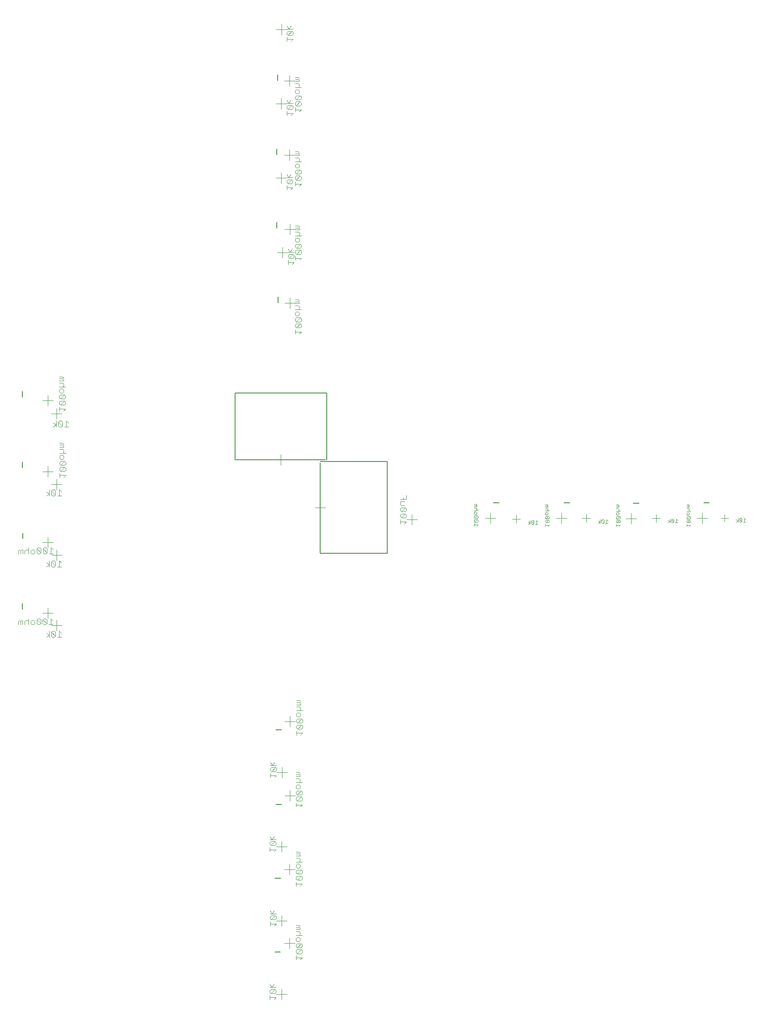
<source format=gbo>
G75*
%MOIN*%
%OFA0B0*%
%FSLAX25Y25*%
%IPPOS*%
%LPD*%
%AMOC8*
5,1,8,0,0,1.08239X$1,22.5*
%
%ADD10C,0.00600*%
%ADD11C,0.00500*%
%ADD12C,0.00000*%
%ADD13C,0.00400*%
%ADD14C,0.00300*%
D10*
X0089918Y0342915D02*
X0089918Y0347185D01*
X0090118Y0396515D02*
X0090118Y0400785D01*
X0089818Y0450315D02*
X0089818Y0454585D01*
X0089918Y0504015D02*
X0089918Y0508285D01*
X0284118Y0575769D02*
X0284118Y0580040D01*
X0283218Y0632369D02*
X0283218Y0636640D01*
X0283318Y0688069D02*
X0283318Y0692340D01*
X0284018Y0744369D02*
X0284018Y0748640D01*
X0448045Y0423818D02*
X0452315Y0423818D01*
X0501545Y0423718D02*
X0505815Y0423718D01*
X0554345Y0423218D02*
X0558615Y0423218D01*
X0607745Y0423618D02*
X0612015Y0423618D01*
X0286815Y0251418D02*
X0282545Y0251418D01*
X0282545Y0194818D02*
X0286815Y0194818D01*
X0286315Y0138518D02*
X0282045Y0138518D01*
X0281745Y0082618D02*
X0286015Y0082618D01*
D11*
X0316315Y0385334D02*
X0367115Y0385334D01*
X0367115Y0454934D01*
X0316315Y0454934D01*
X0316315Y0454134D02*
X0316315Y0386134D01*
X0320315Y0456315D02*
X0252315Y0456315D01*
X0251515Y0456315D02*
X0251515Y0507115D01*
X0321115Y0507115D01*
X0321115Y0456315D01*
D12*
X0316315Y0424134D02*
X0316315Y0416134D01*
X0312315Y0420134D02*
X0320315Y0420134D01*
X0290315Y0456315D02*
X0282315Y0456315D01*
X0286315Y0452315D02*
X0286315Y0460315D01*
X0293087Y0571370D02*
X0293087Y0579370D01*
X0289087Y0575370D02*
X0297087Y0575370D01*
X0287575Y0609677D02*
X0287575Y0617677D01*
X0283575Y0613677D02*
X0291575Y0613677D01*
X0293165Y0627315D02*
X0293165Y0635315D01*
X0289165Y0631315D02*
X0297165Y0631315D01*
X0286591Y0666291D02*
X0286591Y0674291D01*
X0282591Y0670291D02*
X0290591Y0670291D01*
X0293008Y0683614D02*
X0293008Y0691614D01*
X0289008Y0687614D02*
X0297008Y0687614D01*
X0286630Y0722669D02*
X0286630Y0730669D01*
X0282630Y0726669D02*
X0290630Y0726669D01*
X0293008Y0739953D02*
X0293008Y0747953D01*
X0289008Y0743953D02*
X0297008Y0743953D01*
X0286748Y0778969D02*
X0286748Y0786969D01*
X0282748Y0782969D02*
X0290748Y0782969D01*
X0109346Y0505197D02*
X0109346Y0497197D01*
X0105346Y0501197D02*
X0113346Y0501197D01*
X0115921Y0495315D02*
X0115921Y0487315D01*
X0111921Y0491315D02*
X0119921Y0491315D01*
X0109228Y0451378D02*
X0109228Y0443378D01*
X0105228Y0447378D02*
X0113228Y0447378D01*
X0115803Y0441772D02*
X0115803Y0433772D01*
X0111803Y0437772D02*
X0119803Y0437772D01*
X0109346Y0397835D02*
X0109346Y0389835D01*
X0105346Y0393835D02*
X0113346Y0393835D01*
X0115803Y0387953D02*
X0115803Y0379953D01*
X0111803Y0383953D02*
X0119803Y0383953D01*
X0109228Y0344016D02*
X0109228Y0336016D01*
X0105228Y0340016D02*
X0113228Y0340016D01*
X0115803Y0334528D02*
X0115803Y0326528D01*
X0111803Y0330528D02*
X0119803Y0330528D01*
X0283142Y0219031D02*
X0291142Y0219031D01*
X0287142Y0215031D02*
X0287142Y0223031D01*
X0293323Y0205394D02*
X0293323Y0197394D01*
X0289323Y0201394D02*
X0297323Y0201394D01*
X0286866Y0166732D02*
X0286866Y0158732D01*
X0282866Y0162732D02*
X0290866Y0162732D01*
X0292929Y0149252D02*
X0292929Y0141252D01*
X0288929Y0145252D02*
X0296929Y0145252D01*
X0286984Y0110433D02*
X0286984Y0102433D01*
X0282984Y0106433D02*
X0290984Y0106433D01*
X0292929Y0093346D02*
X0292929Y0085346D01*
X0288929Y0089346D02*
X0296929Y0089346D01*
X0286827Y0054528D02*
X0286827Y0046528D01*
X0282827Y0050528D02*
X0290827Y0050528D01*
X0293323Y0253535D02*
X0293323Y0261535D01*
X0289323Y0257535D02*
X0297323Y0257535D01*
X0385921Y0407118D02*
X0385921Y0415118D01*
X0381921Y0411118D02*
X0389921Y0411118D01*
X0441685Y0412102D02*
X0449685Y0412102D01*
X0445685Y0408102D02*
X0445685Y0416102D01*
X0462137Y0411276D02*
X0468210Y0411276D01*
X0465173Y0408239D02*
X0465173Y0414312D01*
X0495543Y0412181D02*
X0503543Y0412181D01*
X0499543Y0408181D02*
X0499543Y0416181D01*
X0515405Y0412063D02*
X0521477Y0412063D01*
X0518441Y0409027D02*
X0518441Y0415099D01*
X0548496Y0411827D02*
X0556496Y0411827D01*
X0552496Y0407827D02*
X0552496Y0415827D01*
X0568685Y0412063D02*
X0574496Y0412063D01*
X0571591Y0409158D02*
X0571591Y0414968D01*
X0602433Y0412181D02*
X0610433Y0412181D01*
X0606433Y0408181D02*
X0606433Y0416181D01*
X0620903Y0412063D02*
X0626451Y0412063D01*
X0623677Y0409289D02*
X0623677Y0414837D01*
D13*
X0110395Y0323262D02*
X0108093Y0321728D01*
X0110395Y0321728D02*
X0110395Y0326331D01*
X0111930Y0325564D02*
X0114999Y0322495D01*
X0114232Y0321728D01*
X0112697Y0321728D01*
X0111930Y0322495D01*
X0111930Y0325564D01*
X0112697Y0326331D01*
X0114232Y0326331D01*
X0114999Y0325564D01*
X0114999Y0322495D01*
X0116534Y0321728D02*
X0119603Y0321728D01*
X0118069Y0321728D02*
X0118069Y0326331D01*
X0119603Y0324797D01*
X0113028Y0331216D02*
X0109959Y0331216D01*
X0111494Y0331216D02*
X0111494Y0335820D01*
X0113028Y0334285D01*
X0108424Y0335052D02*
X0107657Y0335820D01*
X0106122Y0335820D01*
X0105355Y0335052D01*
X0108424Y0331983D01*
X0107657Y0331216D01*
X0106122Y0331216D01*
X0105355Y0331983D01*
X0105355Y0335052D01*
X0103820Y0335052D02*
X0103053Y0335820D01*
X0101519Y0335820D01*
X0100751Y0335052D01*
X0103820Y0331983D01*
X0103053Y0331216D01*
X0101519Y0331216D01*
X0100751Y0331983D01*
X0100751Y0335052D01*
X0099217Y0333518D02*
X0099217Y0331983D01*
X0098449Y0331216D01*
X0096915Y0331216D01*
X0096147Y0331983D01*
X0096147Y0333518D01*
X0096915Y0334285D01*
X0098449Y0334285D01*
X0099217Y0333518D01*
X0094613Y0333518D02*
X0093845Y0334285D01*
X0092311Y0334285D01*
X0091543Y0333518D01*
X0091543Y0331216D01*
X0090009Y0331216D02*
X0090009Y0334285D01*
X0089241Y0334285D01*
X0088474Y0333518D01*
X0087707Y0334285D01*
X0086939Y0333518D01*
X0086939Y0331216D01*
X0088474Y0331216D02*
X0088474Y0333518D01*
X0094613Y0335820D02*
X0094613Y0331216D01*
X0103820Y0331983D02*
X0103820Y0335052D01*
X0108424Y0335052D02*
X0108424Y0331983D01*
X0108093Y0324797D02*
X0110395Y0323262D01*
X0110395Y0375153D02*
X0110395Y0379757D01*
X0111930Y0378989D02*
X0114999Y0375920D01*
X0114232Y0375153D01*
X0112697Y0375153D01*
X0111930Y0375920D01*
X0111930Y0378989D01*
X0112697Y0379757D01*
X0114232Y0379757D01*
X0114999Y0378989D01*
X0114999Y0375920D01*
X0116534Y0375153D02*
X0119603Y0375153D01*
X0118069Y0375153D02*
X0118069Y0379757D01*
X0119603Y0378222D01*
X0110395Y0376687D02*
X0108093Y0378222D01*
X0110395Y0376687D02*
X0108093Y0375153D01*
X0107775Y0385035D02*
X0108543Y0385802D01*
X0105473Y0388871D01*
X0105473Y0385802D01*
X0106241Y0385035D01*
X0107775Y0385035D01*
X0108543Y0385802D02*
X0108543Y0388871D01*
X0107775Y0389639D01*
X0106241Y0389639D01*
X0105473Y0388871D01*
X0103939Y0388871D02*
X0103171Y0389639D01*
X0101637Y0389639D01*
X0100869Y0388871D01*
X0103939Y0385802D01*
X0103171Y0385035D01*
X0101637Y0385035D01*
X0100869Y0385802D01*
X0100869Y0388871D01*
X0099335Y0387337D02*
X0099335Y0385802D01*
X0098567Y0385035D01*
X0097033Y0385035D01*
X0096265Y0385802D01*
X0096265Y0387337D01*
X0097033Y0388104D01*
X0098567Y0388104D01*
X0099335Y0387337D01*
X0094731Y0387337D02*
X0093963Y0388104D01*
X0092429Y0388104D01*
X0091661Y0387337D01*
X0091661Y0385035D01*
X0090127Y0385035D02*
X0090127Y0388104D01*
X0089360Y0388104D01*
X0088592Y0387337D01*
X0087825Y0388104D01*
X0087058Y0387337D01*
X0087058Y0385035D01*
X0088592Y0385035D02*
X0088592Y0387337D01*
X0094731Y0389639D02*
X0094731Y0385035D01*
X0103939Y0385802D02*
X0103939Y0388871D01*
X0110077Y0385035D02*
X0113146Y0385035D01*
X0111612Y0385035D02*
X0111612Y0389639D01*
X0113146Y0388104D01*
X0112697Y0428972D02*
X0114232Y0428972D01*
X0114999Y0429739D01*
X0111930Y0432808D01*
X0111930Y0429739D01*
X0112697Y0428972D01*
X0110395Y0428972D02*
X0110395Y0433576D01*
X0111930Y0432808D02*
X0112697Y0433576D01*
X0114232Y0433576D01*
X0114999Y0432808D01*
X0114999Y0429739D01*
X0116534Y0428972D02*
X0119603Y0428972D01*
X0118069Y0428972D02*
X0118069Y0433576D01*
X0119603Y0432041D01*
X0110395Y0430506D02*
X0108093Y0432041D01*
X0110395Y0430506D02*
X0108093Y0428972D01*
X0118184Y0442987D02*
X0118184Y0446057D01*
X0118184Y0444522D02*
X0122788Y0444522D01*
X0121254Y0442987D01*
X0122021Y0447591D02*
X0122788Y0448359D01*
X0122788Y0449893D01*
X0122021Y0450661D01*
X0118952Y0447591D01*
X0118184Y0448359D01*
X0118184Y0449893D01*
X0118952Y0450661D01*
X0122021Y0450661D01*
X0122021Y0452195D02*
X0122788Y0452963D01*
X0122788Y0454497D01*
X0122021Y0455265D01*
X0118952Y0452195D01*
X0118184Y0452963D01*
X0118184Y0454497D01*
X0118952Y0455265D01*
X0122021Y0455265D01*
X0120486Y0456799D02*
X0118952Y0456799D01*
X0118184Y0457566D01*
X0118184Y0459101D01*
X0118952Y0459868D01*
X0120486Y0459868D01*
X0121254Y0459101D01*
X0121254Y0457566D01*
X0120486Y0456799D01*
X0120486Y0461403D02*
X0121254Y0462170D01*
X0121254Y0463705D01*
X0120486Y0464472D01*
X0118184Y0464472D01*
X0118184Y0466007D02*
X0121254Y0466007D01*
X0121254Y0466774D01*
X0120486Y0467542D01*
X0121254Y0468309D01*
X0120486Y0469076D01*
X0118184Y0469076D01*
X0118184Y0467542D02*
X0120486Y0467542D01*
X0122788Y0461403D02*
X0118184Y0461403D01*
X0118952Y0452195D02*
X0122021Y0452195D01*
X0122021Y0447591D02*
X0118952Y0447591D01*
X0119468Y0481334D02*
X0120235Y0482101D01*
X0117166Y0485170D01*
X0117166Y0482101D01*
X0117933Y0481334D01*
X0119468Y0481334D01*
X0120235Y0482101D02*
X0120235Y0485170D01*
X0119468Y0485938D01*
X0117933Y0485938D01*
X0117166Y0485170D01*
X0115632Y0485938D02*
X0115632Y0481334D01*
X0115632Y0482868D02*
X0113330Y0484403D01*
X0115632Y0482868D02*
X0113330Y0481334D01*
X0121770Y0481334D02*
X0124839Y0481334D01*
X0123305Y0481334D02*
X0123305Y0485938D01*
X0124839Y0484403D01*
X0121143Y0493324D02*
X0122678Y0494859D01*
X0118074Y0494859D01*
X0118074Y0493324D02*
X0118074Y0496394D01*
X0118841Y0497928D02*
X0121911Y0500998D01*
X0118841Y0500998D01*
X0118074Y0500230D01*
X0118074Y0498696D01*
X0118841Y0497928D01*
X0121911Y0497928D01*
X0122678Y0498696D01*
X0122678Y0500230D01*
X0121911Y0500998D01*
X0121911Y0502532D02*
X0122678Y0503300D01*
X0122678Y0504834D01*
X0121911Y0505602D01*
X0118841Y0502532D01*
X0118074Y0503300D01*
X0118074Y0504834D01*
X0118841Y0505602D01*
X0121911Y0505602D01*
X0120376Y0507136D02*
X0118841Y0507136D01*
X0118074Y0507904D01*
X0118074Y0509438D01*
X0118841Y0510205D01*
X0120376Y0510205D01*
X0121143Y0509438D01*
X0121143Y0507904D01*
X0120376Y0507136D01*
X0120376Y0511740D02*
X0121143Y0512507D01*
X0121143Y0514042D01*
X0120376Y0514809D01*
X0118074Y0514809D01*
X0118074Y0516344D02*
X0121143Y0516344D01*
X0121143Y0517111D01*
X0120376Y0517879D01*
X0121143Y0518646D01*
X0120376Y0519413D01*
X0118074Y0519413D01*
X0118074Y0517879D02*
X0120376Y0517879D01*
X0122678Y0511740D02*
X0118074Y0511740D01*
X0118841Y0502532D02*
X0121911Y0502532D01*
X0291775Y0604833D02*
X0291775Y0607902D01*
X0291775Y0606367D02*
X0296379Y0606367D01*
X0294844Y0604833D01*
X0297365Y0607891D02*
X0297365Y0610961D01*
X0296379Y0610204D02*
X0296379Y0611739D01*
X0295611Y0612506D01*
X0292542Y0609437D01*
X0291775Y0610204D01*
X0291775Y0611739D01*
X0292542Y0612506D01*
X0295611Y0612506D01*
X0296379Y0614041D02*
X0291775Y0614041D01*
X0293309Y0614041D02*
X0294844Y0616342D01*
X0293309Y0614041D02*
X0291775Y0616342D01*
X0297365Y0617867D02*
X0298133Y0617099D01*
X0301202Y0620168D01*
X0298133Y0620168D01*
X0297365Y0619401D01*
X0297365Y0617867D01*
X0298133Y0617099D02*
X0301202Y0617099D01*
X0301969Y0617867D01*
X0301969Y0619401D01*
X0301202Y0620168D01*
X0299667Y0621703D02*
X0298133Y0621703D01*
X0297365Y0622470D01*
X0297365Y0624005D01*
X0298133Y0624772D01*
X0299667Y0624772D01*
X0300435Y0624005D01*
X0300435Y0622470D01*
X0299667Y0621703D01*
X0299667Y0626307D02*
X0300435Y0627074D01*
X0300435Y0628609D01*
X0299667Y0629376D01*
X0297365Y0629376D01*
X0297365Y0630911D02*
X0300435Y0630911D01*
X0300435Y0631678D01*
X0299667Y0632446D01*
X0300435Y0633213D01*
X0299667Y0633980D01*
X0297365Y0633980D01*
X0297365Y0632446D02*
X0299667Y0632446D01*
X0301969Y0626307D02*
X0297365Y0626307D01*
X0298133Y0615565D02*
X0297365Y0614797D01*
X0297365Y0613263D01*
X0298133Y0612495D01*
X0301202Y0615565D01*
X0298133Y0615565D01*
X0301202Y0615565D02*
X0301969Y0614797D01*
X0301969Y0613263D01*
X0301202Y0612495D01*
X0298133Y0612495D01*
X0296379Y0610204D02*
X0295611Y0609437D01*
X0292542Y0609437D01*
X0297365Y0609426D02*
X0301969Y0609426D01*
X0300435Y0607891D01*
X0299589Y0578035D02*
X0297287Y0578035D01*
X0297287Y0576501D02*
X0299589Y0576501D01*
X0300356Y0577268D01*
X0299589Y0578035D01*
X0299589Y0576501D02*
X0300356Y0575733D01*
X0300356Y0574966D01*
X0297287Y0574966D01*
X0297287Y0573431D02*
X0299589Y0573431D01*
X0300356Y0572664D01*
X0300356Y0571129D01*
X0299589Y0570362D01*
X0299589Y0568828D02*
X0300356Y0568060D01*
X0300356Y0566526D01*
X0299589Y0565758D01*
X0298054Y0565758D01*
X0297287Y0566526D01*
X0297287Y0568060D01*
X0298054Y0568828D01*
X0299589Y0568828D01*
X0301891Y0570362D02*
X0297287Y0570362D01*
X0298054Y0564224D02*
X0297287Y0563456D01*
X0297287Y0561922D01*
X0298054Y0561154D01*
X0301123Y0564224D01*
X0298054Y0564224D01*
X0301123Y0564224D02*
X0301891Y0563456D01*
X0301891Y0561922D01*
X0301123Y0561154D01*
X0298054Y0561154D01*
X0298054Y0559620D02*
X0297287Y0558852D01*
X0297287Y0557318D01*
X0298054Y0556550D01*
X0301123Y0559620D01*
X0298054Y0559620D01*
X0301123Y0559620D02*
X0301891Y0558852D01*
X0301891Y0557318D01*
X0301123Y0556550D01*
X0298054Y0556550D01*
X0297287Y0555016D02*
X0297287Y0551946D01*
X0297287Y0553481D02*
X0301891Y0553481D01*
X0300356Y0551946D01*
X0293860Y0661447D02*
X0295394Y0662981D01*
X0290791Y0662981D01*
X0290791Y0661447D02*
X0290791Y0664516D01*
X0291558Y0666051D02*
X0294627Y0669120D01*
X0291558Y0669120D01*
X0290791Y0668353D01*
X0290791Y0666818D01*
X0291558Y0666051D01*
X0294627Y0666051D01*
X0295394Y0666818D01*
X0295394Y0668353D01*
X0294627Y0669120D01*
X0295394Y0670655D02*
X0290791Y0670655D01*
X0292325Y0670655D02*
X0293860Y0672957D01*
X0292325Y0670655D02*
X0290791Y0672957D01*
X0297208Y0674166D02*
X0297208Y0675700D01*
X0297975Y0676468D01*
X0301044Y0676468D01*
X0297975Y0673398D01*
X0297208Y0674166D01*
X0297975Y0673398D02*
X0301044Y0673398D01*
X0301812Y0674166D01*
X0301812Y0675700D01*
X0301044Y0676468D01*
X0299510Y0678002D02*
X0297975Y0678002D01*
X0297208Y0678770D01*
X0297208Y0680304D01*
X0297975Y0681072D01*
X0299510Y0681072D01*
X0300277Y0680304D01*
X0300277Y0678770D01*
X0299510Y0678002D01*
X0299510Y0682606D02*
X0300277Y0683374D01*
X0300277Y0684908D01*
X0299510Y0685676D01*
X0297208Y0685676D01*
X0297208Y0687210D02*
X0300277Y0687210D01*
X0300277Y0687977D01*
X0299510Y0688745D01*
X0300277Y0689512D01*
X0299510Y0690279D01*
X0297208Y0690279D01*
X0297208Y0688745D02*
X0299510Y0688745D01*
X0301812Y0682606D02*
X0297208Y0682606D01*
X0297975Y0671864D02*
X0297208Y0671096D01*
X0297208Y0669562D01*
X0297975Y0668794D01*
X0301044Y0671864D01*
X0297975Y0671864D01*
X0301044Y0671864D02*
X0301812Y0671096D01*
X0301812Y0669562D01*
X0301044Y0668794D01*
X0297975Y0668794D01*
X0297208Y0667260D02*
X0297208Y0664191D01*
X0297208Y0665725D02*
X0301812Y0665725D01*
X0300277Y0664191D01*
X0293899Y0717825D02*
X0295434Y0719359D01*
X0290830Y0719359D01*
X0290830Y0717825D02*
X0290830Y0720894D01*
X0291597Y0722429D02*
X0294667Y0725498D01*
X0291597Y0725498D01*
X0290830Y0724731D01*
X0290830Y0723196D01*
X0291597Y0722429D01*
X0294667Y0722429D01*
X0295434Y0723196D01*
X0295434Y0724731D01*
X0294667Y0725498D01*
X0295434Y0727033D02*
X0290830Y0727033D01*
X0292365Y0727033D02*
X0293899Y0729335D01*
X0292365Y0727033D02*
X0290830Y0729335D01*
X0297208Y0730504D02*
X0297975Y0729737D01*
X0301044Y0732806D01*
X0297975Y0732806D01*
X0297208Y0732039D01*
X0297208Y0730504D01*
X0297975Y0729737D02*
X0301044Y0729737D01*
X0301812Y0730504D01*
X0301812Y0732039D01*
X0301044Y0732806D01*
X0299510Y0734341D02*
X0297975Y0734341D01*
X0297208Y0735108D01*
X0297208Y0736643D01*
X0297975Y0737410D01*
X0299510Y0737410D01*
X0300277Y0736643D01*
X0300277Y0735108D01*
X0299510Y0734341D01*
X0299510Y0738945D02*
X0300277Y0739712D01*
X0300277Y0741247D01*
X0299510Y0742014D01*
X0297208Y0742014D01*
X0297208Y0743549D02*
X0300277Y0743549D01*
X0300277Y0744316D01*
X0299510Y0745083D01*
X0300277Y0745851D01*
X0299510Y0746618D01*
X0297208Y0746618D01*
X0297208Y0745083D02*
X0299510Y0745083D01*
X0301812Y0738945D02*
X0297208Y0738945D01*
X0297975Y0728202D02*
X0297208Y0727435D01*
X0297208Y0725900D01*
X0297975Y0725133D01*
X0301044Y0728202D01*
X0297975Y0728202D01*
X0297975Y0725133D02*
X0301044Y0725133D01*
X0301812Y0725900D01*
X0301812Y0727435D01*
X0301044Y0728202D01*
X0297208Y0723598D02*
X0297208Y0720529D01*
X0297208Y0722064D02*
X0301812Y0722064D01*
X0300277Y0720529D01*
X0294017Y0774124D02*
X0295552Y0775659D01*
X0290948Y0775659D01*
X0290948Y0777193D02*
X0290948Y0774124D01*
X0291715Y0778728D02*
X0294785Y0781797D01*
X0291715Y0781797D01*
X0290948Y0781030D01*
X0290948Y0779495D01*
X0291715Y0778728D01*
X0294785Y0778728D01*
X0295552Y0779495D01*
X0295552Y0781030D01*
X0294785Y0781797D01*
X0295552Y0783332D02*
X0290948Y0783332D01*
X0292483Y0783332D02*
X0294017Y0785634D01*
X0292483Y0783332D02*
X0290948Y0785634D01*
X0381725Y0429303D02*
X0381725Y0426234D01*
X0377121Y0426234D01*
X0377121Y0424699D02*
X0380191Y0424699D01*
X0379423Y0426234D02*
X0379423Y0427768D01*
X0377121Y0424699D02*
X0377121Y0422397D01*
X0377889Y0421630D01*
X0380191Y0421630D01*
X0380958Y0420095D02*
X0377889Y0417026D01*
X0377121Y0417793D01*
X0377121Y0419328D01*
X0377889Y0420095D01*
X0380958Y0420095D01*
X0381725Y0419328D01*
X0381725Y0417793D01*
X0380958Y0417026D01*
X0377889Y0417026D01*
X0377889Y0415491D02*
X0377121Y0414724D01*
X0377121Y0413189D01*
X0377889Y0412422D01*
X0380958Y0415491D01*
X0377889Y0415491D01*
X0380958Y0415491D02*
X0381725Y0414724D01*
X0381725Y0413189D01*
X0380958Y0412422D01*
X0377889Y0412422D01*
X0377121Y0410887D02*
X0377121Y0407818D01*
X0377121Y0409353D02*
X0381725Y0409353D01*
X0380191Y0407818D01*
X0300604Y0273525D02*
X0298302Y0273525D01*
X0298302Y0271990D02*
X0300604Y0271990D01*
X0301372Y0272758D01*
X0300604Y0273525D01*
X0300604Y0271990D02*
X0301372Y0271223D01*
X0301372Y0270456D01*
X0298302Y0270456D01*
X0298302Y0268921D02*
X0300604Y0268921D01*
X0301372Y0268154D01*
X0301372Y0266619D01*
X0300604Y0265852D01*
X0300604Y0264317D02*
X0301372Y0263550D01*
X0301372Y0262015D01*
X0300604Y0261248D01*
X0299070Y0261248D01*
X0298302Y0262015D01*
X0298302Y0263550D01*
X0299070Y0264317D01*
X0300604Y0264317D01*
X0302906Y0265852D02*
X0298302Y0265852D01*
X0299070Y0259713D02*
X0298302Y0258946D01*
X0298302Y0257411D01*
X0299070Y0256644D01*
X0302139Y0259713D01*
X0299070Y0259713D01*
X0299070Y0256644D02*
X0302139Y0256644D01*
X0302906Y0257411D01*
X0302906Y0258946D01*
X0302139Y0259713D01*
X0302139Y0255109D02*
X0299070Y0252040D01*
X0298302Y0252807D01*
X0298302Y0254342D01*
X0299070Y0255109D01*
X0302139Y0255109D01*
X0302906Y0254342D01*
X0302906Y0252807D01*
X0302139Y0252040D01*
X0299070Y0252040D01*
X0298302Y0250505D02*
X0298302Y0247436D01*
X0298302Y0248971D02*
X0302906Y0248971D01*
X0301372Y0247436D01*
X0300211Y0218958D02*
X0297909Y0218958D01*
X0297909Y0217424D02*
X0300211Y0217424D01*
X0300978Y0218191D01*
X0300211Y0218958D01*
X0300211Y0217424D02*
X0300978Y0216656D01*
X0300978Y0215889D01*
X0297909Y0215889D01*
X0297909Y0214354D02*
X0300211Y0214354D01*
X0300978Y0213587D01*
X0300978Y0212052D01*
X0300211Y0211285D01*
X0300211Y0209750D02*
X0300978Y0208983D01*
X0300978Y0207448D01*
X0300211Y0206681D01*
X0298676Y0206681D01*
X0297909Y0207448D01*
X0297909Y0208983D01*
X0298676Y0209750D01*
X0300211Y0209750D01*
X0302513Y0211285D02*
X0297909Y0211285D01*
X0298676Y0205146D02*
X0297909Y0204379D01*
X0297909Y0202844D01*
X0298676Y0202077D01*
X0301745Y0205146D01*
X0298676Y0205146D01*
X0298676Y0202077D02*
X0301745Y0202077D01*
X0302513Y0202844D01*
X0302513Y0204379D01*
X0301745Y0205146D01*
X0301745Y0200542D02*
X0298676Y0197473D01*
X0297909Y0198241D01*
X0297909Y0199775D01*
X0298676Y0200542D01*
X0301745Y0200542D01*
X0302513Y0199775D01*
X0302513Y0198241D01*
X0301745Y0197473D01*
X0298676Y0197473D01*
X0297909Y0195939D02*
X0297909Y0192869D01*
X0297909Y0194404D02*
X0302513Y0194404D01*
X0300978Y0192869D01*
X0281411Y0215231D02*
X0282946Y0216766D01*
X0278342Y0216766D01*
X0278342Y0215231D02*
X0278342Y0218301D01*
X0279109Y0219835D02*
X0282178Y0222905D01*
X0279109Y0222905D01*
X0278342Y0222137D01*
X0278342Y0220603D01*
X0279109Y0219835D01*
X0282178Y0219835D01*
X0282946Y0220603D01*
X0282946Y0222137D01*
X0282178Y0222905D01*
X0282946Y0224439D02*
X0278342Y0224439D01*
X0279876Y0224439D02*
X0281411Y0226741D01*
X0279876Y0224439D02*
X0278342Y0226741D01*
X0278066Y0170442D02*
X0279601Y0168140D01*
X0281135Y0170442D01*
X0282670Y0168140D02*
X0278066Y0168140D01*
X0278833Y0166605D02*
X0278066Y0165838D01*
X0278066Y0164304D01*
X0278833Y0163536D01*
X0281903Y0166605D01*
X0278833Y0166605D01*
X0278833Y0163536D02*
X0281903Y0163536D01*
X0282670Y0164304D01*
X0282670Y0165838D01*
X0281903Y0166605D01*
X0278066Y0162002D02*
X0278066Y0158932D01*
X0278066Y0160467D02*
X0282670Y0160467D01*
X0281135Y0158932D01*
X0297987Y0158761D02*
X0300289Y0158761D01*
X0301057Y0157994D01*
X0300289Y0157227D01*
X0297987Y0157227D01*
X0297987Y0155692D02*
X0301057Y0155692D01*
X0301057Y0156459D01*
X0300289Y0157227D01*
X0300289Y0154157D02*
X0297987Y0154157D01*
X0300289Y0154157D02*
X0301057Y0153390D01*
X0301057Y0151855D01*
X0300289Y0151088D01*
X0300289Y0149553D02*
X0301057Y0148786D01*
X0301057Y0147252D01*
X0300289Y0146484D01*
X0298755Y0146484D01*
X0297987Y0147252D01*
X0297987Y0148786D01*
X0298755Y0149553D01*
X0300289Y0149553D01*
X0302591Y0151088D02*
X0297987Y0151088D01*
X0298755Y0144950D02*
X0297987Y0144182D01*
X0297987Y0142648D01*
X0298755Y0141880D01*
X0301824Y0144950D01*
X0298755Y0144950D01*
X0301824Y0144950D02*
X0302591Y0144182D01*
X0302591Y0142648D01*
X0301824Y0141880D01*
X0298755Y0141880D01*
X0298755Y0140346D02*
X0297987Y0139578D01*
X0297987Y0138044D01*
X0298755Y0137276D01*
X0301824Y0140346D01*
X0298755Y0140346D01*
X0301824Y0140346D02*
X0302591Y0139578D01*
X0302591Y0138044D01*
X0301824Y0137276D01*
X0298755Y0137276D01*
X0297987Y0135742D02*
X0297987Y0132672D01*
X0297987Y0134207D02*
X0302591Y0134207D01*
X0301057Y0132672D01*
X0281254Y0114143D02*
X0279719Y0111841D01*
X0278184Y0114143D01*
X0278184Y0111841D02*
X0282788Y0111841D01*
X0282021Y0110306D02*
X0278952Y0107237D01*
X0278184Y0108004D01*
X0278184Y0109539D01*
X0278952Y0110306D01*
X0282021Y0110306D01*
X0282788Y0109539D01*
X0282788Y0108004D01*
X0282021Y0107237D01*
X0278952Y0107237D01*
X0278184Y0105702D02*
X0278184Y0102633D01*
X0278184Y0104168D02*
X0282788Y0104168D01*
X0281254Y0102633D01*
X0297909Y0102974D02*
X0300211Y0102974D01*
X0300978Y0102207D01*
X0300211Y0101439D01*
X0297909Y0101439D01*
X0297909Y0099905D02*
X0300978Y0099905D01*
X0300978Y0100672D01*
X0300211Y0101439D01*
X0300211Y0098370D02*
X0297909Y0098370D01*
X0300211Y0098370D02*
X0300978Y0097603D01*
X0300978Y0096068D01*
X0300211Y0095301D01*
X0300211Y0093766D02*
X0300978Y0092999D01*
X0300978Y0091464D01*
X0300211Y0090697D01*
X0298676Y0090697D01*
X0297909Y0091464D01*
X0297909Y0092999D01*
X0298676Y0093766D01*
X0300211Y0093766D01*
X0302513Y0095301D02*
X0297909Y0095301D01*
X0298676Y0089162D02*
X0297909Y0088395D01*
X0297909Y0086860D01*
X0298676Y0086093D01*
X0301745Y0089162D01*
X0298676Y0089162D01*
X0298676Y0086093D02*
X0301745Y0086093D01*
X0302513Y0086860D01*
X0302513Y0088395D01*
X0301745Y0089162D01*
X0301745Y0084558D02*
X0298676Y0081489D01*
X0297909Y0082256D01*
X0297909Y0083791D01*
X0298676Y0084558D01*
X0301745Y0084558D01*
X0302513Y0083791D01*
X0302513Y0082256D01*
X0301745Y0081489D01*
X0298676Y0081489D01*
X0297909Y0079954D02*
X0297909Y0076885D01*
X0297909Y0078420D02*
X0302513Y0078420D01*
X0300978Y0076885D01*
X0281096Y0058237D02*
X0279561Y0055935D01*
X0278027Y0058237D01*
X0278027Y0055935D02*
X0282631Y0055935D01*
X0281863Y0054401D02*
X0278794Y0051331D01*
X0278027Y0052099D01*
X0278027Y0053633D01*
X0278794Y0054401D01*
X0281863Y0054401D01*
X0282631Y0053633D01*
X0282631Y0052099D01*
X0281863Y0051331D01*
X0278794Y0051331D01*
X0278027Y0049797D02*
X0278027Y0046728D01*
X0278027Y0048262D02*
X0282631Y0048262D01*
X0281096Y0046728D01*
D14*
X0433252Y0406087D02*
X0433252Y0408022D01*
X0433252Y0407054D02*
X0436155Y0407054D01*
X0435187Y0406087D01*
X0435671Y0409034D02*
X0436155Y0409517D01*
X0436155Y0410485D01*
X0435671Y0410969D01*
X0433736Y0409034D01*
X0433252Y0409517D01*
X0433252Y0410485D01*
X0433736Y0410969D01*
X0435671Y0410969D01*
X0435671Y0411980D02*
X0436155Y0412464D01*
X0436155Y0413431D01*
X0435671Y0413915D01*
X0433736Y0411980D01*
X0433252Y0412464D01*
X0433252Y0413431D01*
X0433736Y0413915D01*
X0435671Y0413915D01*
X0434704Y0414927D02*
X0433736Y0414927D01*
X0433252Y0415410D01*
X0433252Y0416378D01*
X0433736Y0416862D01*
X0434704Y0416862D01*
X0435187Y0416378D01*
X0435187Y0415410D01*
X0434704Y0414927D01*
X0434704Y0417873D02*
X0435187Y0418357D01*
X0435187Y0419324D01*
X0434704Y0419808D01*
X0433252Y0419808D01*
X0433252Y0420820D02*
X0435187Y0420820D01*
X0435187Y0421303D01*
X0434704Y0421787D01*
X0435187Y0422271D01*
X0434704Y0422755D01*
X0433252Y0422755D01*
X0433252Y0421787D02*
X0434704Y0421787D01*
X0436155Y0417873D02*
X0433252Y0417873D01*
X0433736Y0411980D02*
X0435671Y0411980D01*
X0435671Y0409034D02*
X0433736Y0409034D01*
X0474232Y0409318D02*
X0475683Y0408351D01*
X0474232Y0407383D01*
X0475683Y0407383D02*
X0475683Y0410286D01*
X0476695Y0409802D02*
X0478630Y0407867D01*
X0478146Y0407383D01*
X0477179Y0407383D01*
X0476695Y0407867D01*
X0476695Y0409802D01*
X0477179Y0410286D01*
X0478146Y0410286D01*
X0478630Y0409802D01*
X0478630Y0407867D01*
X0479641Y0407383D02*
X0481576Y0407383D01*
X0480609Y0407383D02*
X0480609Y0410286D01*
X0481576Y0409318D01*
X0487268Y0409202D02*
X0487752Y0408719D01*
X0489687Y0410654D01*
X0487752Y0410654D01*
X0487268Y0410170D01*
X0487268Y0409202D01*
X0487752Y0408719D02*
X0489687Y0408719D01*
X0490171Y0409202D01*
X0490171Y0410170D01*
X0489687Y0410654D01*
X0489687Y0411665D02*
X0490171Y0412149D01*
X0490171Y0413116D01*
X0489687Y0413600D01*
X0487752Y0411665D01*
X0487268Y0412149D01*
X0487268Y0413116D01*
X0487752Y0413600D01*
X0489687Y0413600D01*
X0488719Y0414612D02*
X0487752Y0414612D01*
X0487268Y0415095D01*
X0487268Y0416063D01*
X0487752Y0416547D01*
X0488719Y0416547D01*
X0489203Y0416063D01*
X0489203Y0415095D01*
X0488719Y0414612D01*
X0488719Y0417558D02*
X0489203Y0418042D01*
X0489203Y0419009D01*
X0488719Y0419493D01*
X0487268Y0419493D01*
X0487268Y0420505D02*
X0489203Y0420505D01*
X0489203Y0420988D01*
X0488719Y0421472D01*
X0489203Y0421956D01*
X0488719Y0422440D01*
X0487268Y0422440D01*
X0487268Y0421472D02*
X0488719Y0421472D01*
X0490171Y0417558D02*
X0487268Y0417558D01*
X0487752Y0411665D02*
X0489687Y0411665D01*
X0487268Y0407707D02*
X0487268Y0405772D01*
X0487268Y0406740D02*
X0490171Y0406740D01*
X0489203Y0405772D01*
X0527500Y0408170D02*
X0528951Y0409138D01*
X0527500Y0410105D01*
X0528951Y0411073D02*
X0528951Y0408170D01*
X0529963Y0408654D02*
X0530446Y0408170D01*
X0531414Y0408170D01*
X0531898Y0408654D01*
X0529963Y0410589D01*
X0529963Y0408654D01*
X0531898Y0408654D02*
X0531898Y0410589D01*
X0531414Y0411073D01*
X0530446Y0411073D01*
X0529963Y0410589D01*
X0532909Y0408170D02*
X0534844Y0408170D01*
X0533877Y0408170D02*
X0533877Y0411073D01*
X0534844Y0410105D01*
X0541244Y0409973D02*
X0541244Y0409005D01*
X0541728Y0408522D01*
X0543663Y0410457D01*
X0541728Y0410457D01*
X0541244Y0409973D01*
X0541728Y0408522D02*
X0543663Y0408522D01*
X0544147Y0409005D01*
X0544147Y0409973D01*
X0543663Y0410457D01*
X0543663Y0411468D02*
X0544147Y0411952D01*
X0544147Y0412919D01*
X0543663Y0413403D01*
X0541728Y0411468D01*
X0541244Y0411952D01*
X0541244Y0412919D01*
X0541728Y0413403D01*
X0543663Y0413403D01*
X0542696Y0414415D02*
X0541728Y0414415D01*
X0541244Y0414898D01*
X0541244Y0415866D01*
X0541728Y0416350D01*
X0542696Y0416350D01*
X0543179Y0415866D01*
X0543179Y0414898D01*
X0542696Y0414415D01*
X0542696Y0417361D02*
X0543179Y0417845D01*
X0543179Y0418812D01*
X0542696Y0419296D01*
X0541244Y0419296D01*
X0541244Y0420308D02*
X0543179Y0420308D01*
X0543179Y0420792D01*
X0542696Y0421275D01*
X0543179Y0421759D01*
X0542696Y0422243D01*
X0541244Y0422243D01*
X0541244Y0421275D02*
X0542696Y0421275D01*
X0544147Y0417361D02*
X0541244Y0417361D01*
X0541728Y0411468D02*
X0543663Y0411468D01*
X0541244Y0407510D02*
X0541244Y0405575D01*
X0541244Y0406543D02*
X0544147Y0406543D01*
X0543179Y0405575D01*
X0580649Y0408564D02*
X0582101Y0409532D01*
X0580649Y0410499D01*
X0582101Y0411467D02*
X0582101Y0408564D01*
X0583112Y0409048D02*
X0583596Y0408564D01*
X0584563Y0408564D01*
X0585047Y0409048D01*
X0583112Y0410983D01*
X0583112Y0409048D01*
X0583112Y0410983D02*
X0583596Y0411467D01*
X0584563Y0411467D01*
X0585047Y0410983D01*
X0585047Y0409048D01*
X0586059Y0408564D02*
X0587994Y0408564D01*
X0587026Y0408564D02*
X0587026Y0411467D01*
X0587994Y0410499D01*
X0594748Y0409973D02*
X0594748Y0409005D01*
X0595232Y0408522D01*
X0597167Y0410457D01*
X0595232Y0410457D01*
X0594748Y0409973D01*
X0595232Y0408522D02*
X0597167Y0408522D01*
X0597651Y0409005D01*
X0597651Y0409973D01*
X0597167Y0410457D01*
X0597167Y0411468D02*
X0597651Y0411952D01*
X0597651Y0412919D01*
X0597167Y0413403D01*
X0595232Y0411468D01*
X0594748Y0411952D01*
X0594748Y0412919D01*
X0595232Y0413403D01*
X0597167Y0413403D01*
X0596200Y0414415D02*
X0595232Y0414415D01*
X0594748Y0414898D01*
X0594748Y0415866D01*
X0595232Y0416350D01*
X0596200Y0416350D01*
X0596683Y0415866D01*
X0596683Y0414898D01*
X0596200Y0414415D01*
X0596200Y0417361D02*
X0596683Y0417845D01*
X0596683Y0418812D01*
X0596200Y0419296D01*
X0594748Y0419296D01*
X0594748Y0420308D02*
X0596683Y0420308D01*
X0596683Y0420792D01*
X0596200Y0421275D01*
X0596683Y0421759D01*
X0596200Y0422243D01*
X0594748Y0422243D01*
X0594748Y0421275D02*
X0596200Y0421275D01*
X0597651Y0417361D02*
X0594748Y0417361D01*
X0595232Y0411468D02*
X0597167Y0411468D01*
X0594748Y0407510D02*
X0594748Y0405575D01*
X0594748Y0406543D02*
X0597651Y0406543D01*
X0596683Y0405575D01*
X0632342Y0408958D02*
X0633794Y0409925D01*
X0632342Y0410893D01*
X0633794Y0411860D02*
X0633794Y0408958D01*
X0634805Y0409442D02*
X0635289Y0408958D01*
X0636256Y0408958D01*
X0636740Y0409442D01*
X0634805Y0411377D01*
X0634805Y0409442D01*
X0634805Y0411377D02*
X0635289Y0411860D01*
X0636256Y0411860D01*
X0636740Y0411377D01*
X0636740Y0409442D01*
X0637752Y0408958D02*
X0639687Y0408958D01*
X0638719Y0408958D02*
X0638719Y0411860D01*
X0639687Y0410893D01*
M02*

</source>
